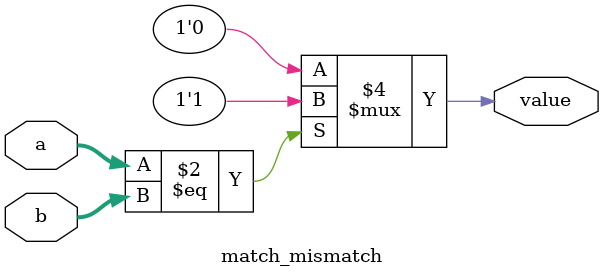
<source format=v>
module match_mismatch(
    input wire [2:0] a,     
    input wire [2:0] b,     
    output reg  value
);
    always @(a,b) begin
        if (a == b) value = 1'b1; 
        else value = 1'b0;  
    end
    
endmodule

</source>
